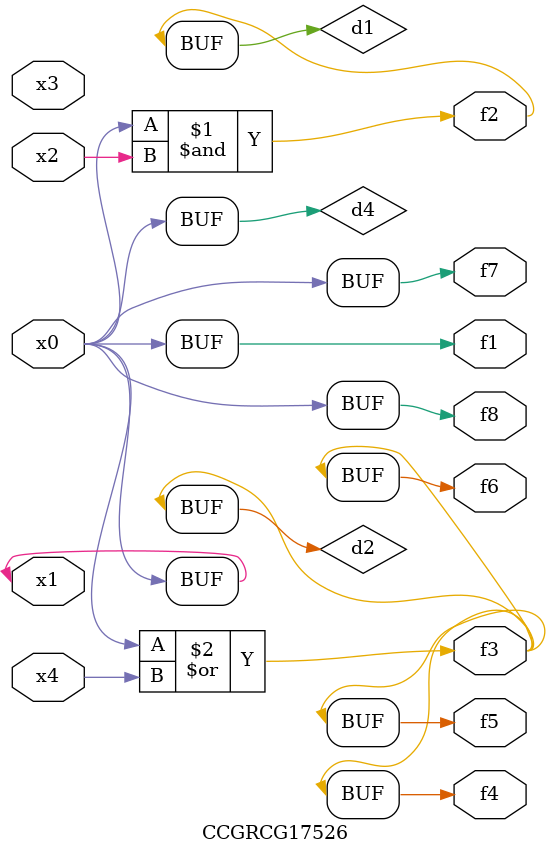
<source format=v>
module CCGRCG17526(
	input x0, x1, x2, x3, x4,
	output f1, f2, f3, f4, f5, f6, f7, f8
);

	wire d1, d2, d3, d4;

	and (d1, x0, x2);
	or (d2, x0, x4);
	nand (d3, x0, x2);
	buf (d4, x0, x1);
	assign f1 = d4;
	assign f2 = d1;
	assign f3 = d2;
	assign f4 = d2;
	assign f5 = d2;
	assign f6 = d2;
	assign f7 = d4;
	assign f8 = d4;
endmodule

</source>
